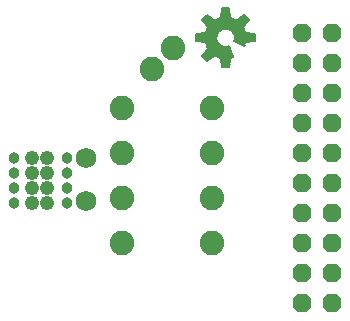
<source format=gts>
G75*
G70*
%OFA0B0*%
%FSLAX24Y24*%
%IPPOS*%
%LPD*%
%AMOC8*
5,1,8,0,0,1.08239X$1,22.5*
%
%ADD10OC8,0.0620*%
%ADD11C,0.0820*%
%ADD12C,0.0480*%
%ADD13C,0.0059*%
%ADD14C,0.0380*%
%ADD15C,0.0680*%
D10*
X010460Y002410D03*
X011460Y002410D03*
X011460Y003410D03*
X010460Y003410D03*
X010460Y004410D03*
X011460Y004410D03*
X011460Y005410D03*
X010460Y005410D03*
X010460Y006410D03*
X011460Y006410D03*
X011460Y007410D03*
X010460Y007410D03*
X010460Y008410D03*
X011460Y008410D03*
X011460Y009410D03*
X010460Y009410D03*
X010460Y010410D03*
X011460Y010410D03*
X011460Y011410D03*
X010460Y011410D03*
D11*
X006167Y010917D03*
X005460Y010210D03*
X004460Y008910D03*
X007460Y008910D03*
X007460Y007410D03*
X004460Y007410D03*
X004460Y005910D03*
X007460Y005910D03*
X007460Y004410D03*
X004460Y004410D03*
D12*
X001960Y005760D03*
X001460Y005760D03*
X001460Y006260D03*
X001960Y006260D03*
X001960Y006760D03*
X001460Y006760D03*
X001460Y007260D03*
X001960Y007260D03*
D13*
X007790Y010283D02*
X008030Y010283D01*
X008062Y010601D01*
X008169Y010635D01*
X008028Y010976D01*
X007970Y010958D01*
X007910Y010952D01*
X007850Y010958D01*
X007792Y010976D01*
X007739Y011004D01*
X007692Y011042D01*
X007653Y011092D01*
X007624Y011148D01*
X007607Y011208D01*
X007603Y011271D01*
X007611Y011334D01*
X007633Y011393D01*
X007666Y011447D01*
X007709Y011493D01*
X007761Y011529D01*
X007819Y011554D01*
X007881Y011566D01*
X007944Y011566D01*
X008006Y011552D01*
X008064Y011526D01*
X008115Y011489D01*
X008157Y011443D01*
X008190Y011388D01*
X008210Y011328D01*
X008218Y011266D01*
X008212Y011203D01*
X008887Y011203D01*
X008887Y011146D02*
X008195Y011146D01*
X008194Y011142D02*
X008535Y011001D01*
X008569Y011108D01*
X008887Y011140D01*
X008887Y011380D01*
X008569Y011412D01*
X008535Y011519D01*
X008484Y011619D01*
X008686Y011866D01*
X008516Y012036D01*
X008269Y011834D01*
X008169Y011885D01*
X008062Y011919D01*
X008030Y012237D01*
X007790Y012237D01*
X007758Y011919D01*
X007651Y011885D01*
X007551Y011834D01*
X007304Y012036D01*
X007134Y011866D01*
X007336Y011619D01*
X007285Y011519D01*
X007251Y011412D01*
X006933Y011380D01*
X006933Y011140D01*
X007251Y011108D01*
X007285Y011001D01*
X007336Y010901D01*
X007134Y010654D01*
X007304Y010484D01*
X007551Y010686D01*
X007651Y010635D01*
X007758Y010601D01*
X007790Y010283D01*
X007784Y010340D02*
X008036Y010340D01*
X008042Y010397D02*
X007778Y010397D01*
X007773Y010455D02*
X008047Y010455D01*
X008053Y010512D02*
X007767Y010512D01*
X007761Y010570D02*
X008059Y010570D01*
X008146Y010628D02*
X007674Y010628D01*
X007554Y010685D02*
X008148Y010685D01*
X008124Y010743D02*
X007207Y010743D01*
X007254Y010800D02*
X008100Y010800D01*
X008077Y010858D02*
X007301Y010858D01*
X007329Y010915D02*
X008053Y010915D01*
X008029Y010973D02*
X008018Y010973D01*
X007802Y010973D02*
X007299Y010973D01*
X007275Y011030D02*
X007707Y011030D01*
X007656Y011088D02*
X007257Y011088D01*
X006933Y011146D02*
X007625Y011146D01*
X007608Y011203D02*
X006933Y011203D01*
X006933Y011261D02*
X007603Y011261D01*
X007609Y011318D02*
X006933Y011318D01*
X006933Y011376D02*
X007626Y011376D01*
X007657Y011433D02*
X007257Y011433D01*
X007276Y011491D02*
X007707Y011491D01*
X007806Y011548D02*
X007300Y011548D01*
X007330Y011606D02*
X008490Y011606D01*
X008520Y011548D02*
X008015Y011548D01*
X008113Y011491D02*
X008544Y011491D01*
X008563Y011433D02*
X008163Y011433D01*
X008194Y011376D02*
X008887Y011376D01*
X008887Y011318D02*
X008211Y011318D01*
X008217Y011261D02*
X008887Y011261D01*
X008563Y011088D02*
X008325Y011088D01*
X008194Y011142D02*
X008212Y011203D01*
X008464Y011030D02*
X008545Y011030D01*
X007550Y010685D02*
X007160Y010685D01*
X007161Y010628D02*
X007480Y010628D01*
X007409Y010570D02*
X007218Y010570D01*
X007276Y010512D02*
X007338Y010512D01*
X007300Y011664D02*
X008520Y011664D01*
X008567Y011721D02*
X007253Y011721D01*
X007206Y011779D02*
X008614Y011779D01*
X008661Y011836D02*
X008271Y011836D01*
X008264Y011836D02*
X007556Y011836D01*
X007549Y011836D02*
X007159Y011836D01*
X007162Y011894D02*
X007478Y011894D01*
X007407Y011951D02*
X007220Y011951D01*
X007277Y012009D02*
X007337Y012009D01*
X007678Y011894D02*
X008142Y011894D01*
X008059Y011951D02*
X007761Y011951D01*
X007767Y012009D02*
X008053Y012009D01*
X008047Y012066D02*
X007773Y012066D01*
X007779Y012124D02*
X008041Y012124D01*
X008036Y012182D02*
X007784Y012182D01*
X008483Y012009D02*
X008543Y012009D01*
X008600Y011951D02*
X008413Y011951D01*
X008342Y011894D02*
X008658Y011894D01*
D14*
X002610Y007260D03*
X002610Y006760D03*
X002610Y006260D03*
X002610Y005760D03*
X000860Y005760D03*
X000860Y006260D03*
X000860Y006760D03*
X000860Y007260D03*
D15*
X003260Y007260D03*
X003260Y005810D03*
M02*

</source>
